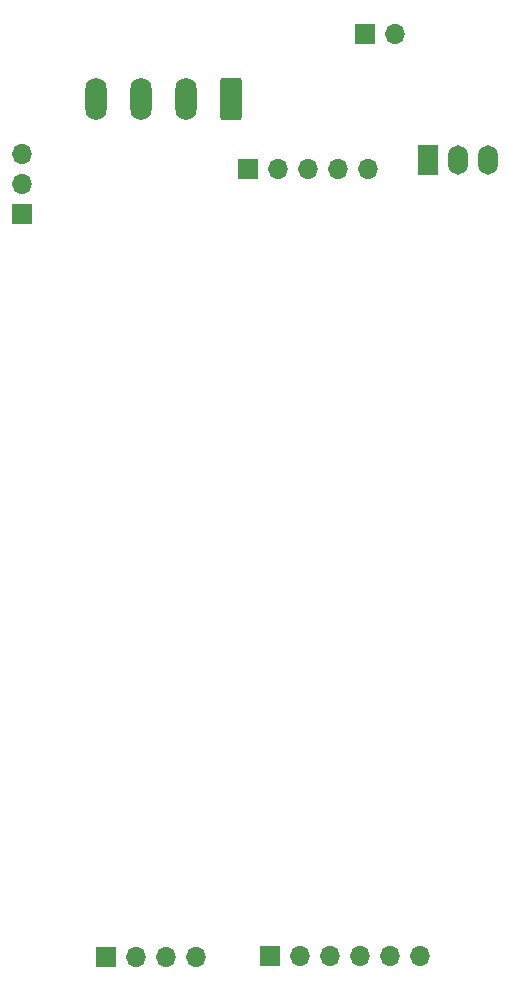
<source format=gbr>
%TF.GenerationSoftware,KiCad,Pcbnew,6.0.2+dfsg-1*%
%TF.CreationDate,2022-09-01T21:00:38+02:00*%
%TF.ProjectId,vscp-din-esp32-can-z102,76736370-2d64-4696-9e2d-65737033322d,rev?*%
%TF.SameCoordinates,Original*%
%TF.FileFunction,Soldermask,Bot*%
%TF.FilePolarity,Negative*%
%FSLAX46Y46*%
G04 Gerber Fmt 4.6, Leading zero omitted, Abs format (unit mm)*
G04 Created by KiCad (PCBNEW 6.0.2+dfsg-1) date 2022-09-01 21:00:38*
%MOMM*%
%LPD*%
G01*
G04 APERTURE LIST*
G04 Aperture macros list*
%AMRoundRect*
0 Rectangle with rounded corners*
0 $1 Rounding radius*
0 $2 $3 $4 $5 $6 $7 $8 $9 X,Y pos of 4 corners*
0 Add a 4 corners polygon primitive as box body*
4,1,4,$2,$3,$4,$5,$6,$7,$8,$9,$2,$3,0*
0 Add four circle primitives for the rounded corners*
1,1,$1+$1,$2,$3*
1,1,$1+$1,$4,$5*
1,1,$1+$1,$6,$7*
1,1,$1+$1,$8,$9*
0 Add four rect primitives between the rounded corners*
20,1,$1+$1,$2,$3,$4,$5,0*
20,1,$1+$1,$4,$5,$6,$7,0*
20,1,$1+$1,$6,$7,$8,$9,0*
20,1,$1+$1,$8,$9,$2,$3,0*%
G04 Aperture macros list end*
%ADD10R,1.700000X1.700000*%
%ADD11O,1.700000X1.700000*%
%ADD12R,1.700000X2.500000*%
%ADD13O,1.700000X2.500000*%
%ADD14RoundRect,0.250000X0.650000X1.550000X-0.650000X1.550000X-0.650000X-1.550000X0.650000X-1.550000X0*%
%ADD15O,1.800000X3.600000*%
G04 APERTURE END LIST*
D10*
%TO.C,J1*%
X142375000Y-81250000D03*
D11*
X144915000Y-81250000D03*
X147455000Y-81250000D03*
X149995000Y-81250000D03*
X152535000Y-81250000D03*
%TD*%
D10*
%TO.C,J6*%
X123250000Y-85100000D03*
D11*
X123250000Y-82560000D03*
X123250000Y-80020000D03*
%TD*%
D10*
%TO.C,J5*%
X130350000Y-148000000D03*
D11*
X132890000Y-148000000D03*
X135430000Y-148000000D03*
X137970000Y-148000000D03*
%TD*%
D12*
%TO.C,U4*%
X157602500Y-80492500D03*
D13*
X160142500Y-80492500D03*
X162682500Y-80492500D03*
%TD*%
D14*
%TO.C,J4*%
X140960000Y-75332500D03*
D15*
X137150000Y-75332500D03*
X133340000Y-75332500D03*
X129530000Y-75332500D03*
%TD*%
D10*
%TO.C,J3*%
X144200000Y-147850000D03*
D11*
X146740000Y-147850000D03*
X149280000Y-147850000D03*
X151820000Y-147850000D03*
X154360000Y-147850000D03*
X156900000Y-147850000D03*
%TD*%
D10*
%TO.C,J2*%
X152310000Y-69800000D03*
D11*
X154850000Y-69800000D03*
%TD*%
M02*

</source>
